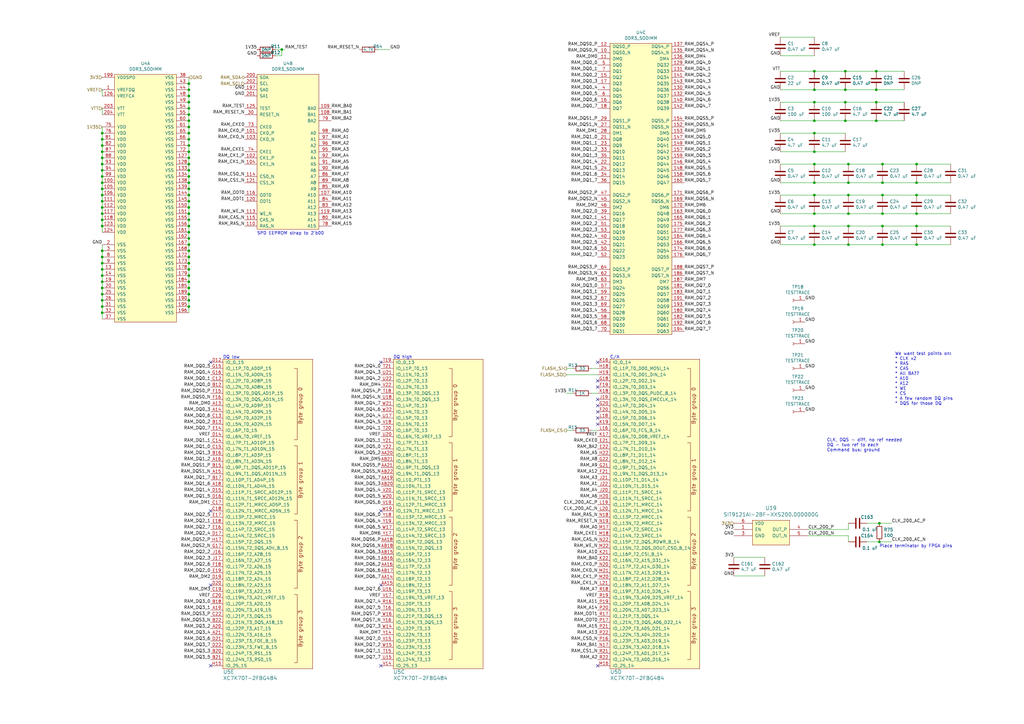
<source format=kicad_sch>
(kicad_sch (version 20211123) (generator eeschema)
  (paper "A3")
  (title_block (title "SATA sniffer") (date "2022-02-15") (rev "0.1") (comment 1 "Andrew D. Zonenberg"))
  (junction (at 115.57 20.32))
  (junction (at 375.92 87.63))
  (junction (at 77.47 57.15))
  (junction (at 77.47 92.71))
  (junction (at 361.95 80.01))
  (junction (at 41.91 128.27))
  (junction (at 77.47 46.99))
  (junction (at 41.91 82.55))
  (junction (at 77.47 54.61))
  (junction (at 361.95 87.63))
  (junction (at 41.91 77.47))
  (junction (at 77.47 49.53))
  (junction (at 334.01 74.93))
  (junction (at 77.47 59.69))
  (junction (at 77.47 52.07))
  (junction (at 347.98 80.01))
  (junction (at 41.91 57.15))
  (junction (at 375.92 80.01))
  (junction (at 375.92 74.93))
  (junction (at 359.41 36.83))
  (junction (at 347.98 87.63))
  (junction (at 41.91 118.11))
  (junction (at 375.92 67.31))
  (junction (at 334.01 80.01))
  (junction (at 41.91 59.69))
  (junction (at 77.47 102.87))
  (junction (at 77.47 113.03))
  (junction (at 334.01 67.31))
  (junction (at 77.47 77.47))
  (junction (at 77.47 64.77))
  (junction (at 347.98 74.93))
  (junction (at 77.47 74.93))
  (junction (at 41.91 113.03))
  (junction (at 77.47 100.33))
  (junction (at 346.71 49.53))
  (junction (at 77.47 90.17))
  (junction (at 77.47 125.73))
  (junction (at 41.91 92.71))
  (junction (at 41.91 72.39))
  (junction (at 77.47 72.39))
  (junction (at 77.47 107.95))
  (junction (at 77.47 115.57))
  (junction (at 334.01 49.53))
  (junction (at 77.47 39.37))
  (junction (at 77.47 87.63))
  (junction (at 41.91 102.87))
  (junction (at 361.95 100.33))
  (junction (at 375.92 92.71))
  (junction (at 334.01 36.83))
  (junction (at 347.98 67.31))
  (junction (at 334.01 87.63))
  (junction (at 41.91 67.31))
  (junction (at 346.71 29.21))
  (junction (at 41.91 87.63))
  (junction (at 77.47 69.85))
  (junction (at 41.91 90.17))
  (junction (at 77.47 97.79))
  (junction (at 334.01 41.91))
  (junction (at 334.01 62.23))
  (junction (at 334.01 29.21))
  (junction (at 41.91 80.01))
  (junction (at 41.91 115.57))
  (junction (at 347.98 100.33))
  (junction (at 347.98 92.71))
  (junction (at 77.47 36.83))
  (junction (at 41.91 123.19))
  (junction (at 41.91 110.49))
  (junction (at 77.47 80.01))
  (junction (at 77.47 82.55))
  (junction (at 77.47 123.19))
  (junction (at 41.91 85.09))
  (junction (at 41.91 107.95))
  (junction (at 77.47 110.49))
  (junction (at 77.47 41.91))
  (junction (at 361.95 67.31))
  (junction (at 360.68 222.25))
  (junction (at 359.41 41.91))
  (junction (at 77.47 118.11))
  (junction (at 359.41 49.53))
  (junction (at 77.47 105.41))
  (junction (at 77.47 85.09))
  (junction (at 41.91 62.23))
  (junction (at 77.47 44.45))
  (junction (at 77.47 34.29))
  (junction (at 359.41 29.21))
  (junction (at 41.91 54.61))
  (junction (at 41.91 74.93))
  (junction (at 334.01 92.71))
  (junction (at 41.91 105.41))
  (junction (at 361.95 74.93))
  (junction (at 77.47 62.23))
  (junction (at 41.91 125.73))
  (junction (at 361.95 92.71))
  (junction (at 77.47 95.25))
  (junction (at 41.91 64.77))
  (junction (at 334.01 54.61))
  (junction (at 346.71 36.83))
  (junction (at 77.47 120.65))
  (junction (at 360.68 214.63))
  (junction (at 41.91 120.65))
  (junction (at 346.71 41.91))
  (junction (at 77.47 67.31))
  (junction (at 41.91 69.85))
  (junction (at 334.01 100.33))
  (junction (at 375.92 100.33))
  (no_connect (at 86.36 273.05))
  (no_connect (at 245.11 173.99))
  (no_connect (at 245.11 158.75))
  (no_connect (at 156.21 209.55))
  (no_connect (at 156.21 148.59))
  (no_connect (at 86.36 209.55))
  (no_connect (at 245.11 148.59))
  (no_connect (at 245.11 166.37))
  (no_connect (at 245.11 171.45))
  (no_connect (at 245.11 163.83))
  (no_connect (at 245.11 156.21))
  (no_connect (at 86.36 240.03))
  (no_connect (at 156.21 273.05))
  (no_connect (at 245.11 168.91))
  (no_connect (at 156.21 240.03))
  (no_connect (at 245.11 273.05))
  (no_connect (at 86.36 148.59))
  (wire (pts (xy 242.57 176.53) (xy 245.11 176.53)))
  (wire (pts (xy 359.41 49.53) (xy 370.84 49.53)))
  (wire (pts (xy 359.41 41.91) (xy 370.84 41.91)))
  (wire (pts (xy 77.47 46.99) (xy 77.47 49.53)))
  (wire (pts (xy 334.01 29.21) (xy 346.71 29.21)))
  (wire (pts (xy 77.47 77.47) (xy 77.47 80.01)))
  (wire (pts (xy 320.04 62.23) (xy 334.01 62.23)))
  (wire (pts (xy 334.01 15.24) (xy 320.04 15.24)))
  (wire (pts (xy 77.47 36.83) (xy 77.47 39.37)))
  (wire (pts (xy 41.91 87.63) (xy 41.91 90.17)))
  (wire (pts (xy 77.47 41.91) (xy 77.47 44.45)))
  (wire (pts (xy 346.71 49.53) (xy 359.41 49.53)))
  (wire (pts (xy 41.91 125.73) (xy 41.91 128.27)))
  (wire (pts (xy 361.95 100.33) (xy 375.92 100.33)))
  (wire (pts (xy 41.91 90.17) (xy 41.91 92.71)))
  (wire (pts (xy 355.6 222.25) (xy 360.68 222.25)))
  (wire (pts (xy 77.47 57.15) (xy 77.47 59.69)))
  (wire (pts (xy 320.04 74.93) (xy 334.01 74.93)))
  (wire (pts (xy 300.99 236.22) (xy 313.69 236.22)))
  (wire (pts (xy 77.47 82.55) (xy 77.47 85.09)))
  (wire (pts (xy 113.03 22.86) (xy 115.57 22.86)))
  (wire (pts (xy 347.98 87.63) (xy 361.95 87.63)))
  (wire (pts (xy 41.91 102.87) (xy 41.91 105.41)))
  (wire (pts (xy 77.47 123.19) (xy 77.47 125.73)))
  (wire (pts (xy 375.92 74.93) (xy 389.89 74.93)))
  (wire (pts (xy 41.91 69.85) (xy 41.91 72.39)))
  (wire (pts (xy 41.91 118.11) (xy 41.91 120.65)))
  (wire (pts (xy 361.95 67.31) (xy 375.92 67.31)))
  (wire (pts (xy 334.01 74.93) (xy 347.98 74.93)))
  (wire (pts (xy 77.47 100.33) (xy 77.47 102.87)))
  (wire (pts (xy 77.47 52.07) (xy 77.47 54.61)))
  (wire (pts (xy 77.47 72.39) (xy 77.47 74.93)))
  (wire (pts (xy 41.91 128.27) (xy 41.91 130.81)))
  (wire (pts (xy 77.47 113.03) (xy 77.47 115.57)))
  (wire (pts (xy 115.57 20.32) (xy 113.03 20.32)))
  (wire (pts (xy 346.71 36.83) (xy 359.41 36.83)))
  (wire (pts (xy 41.91 54.61) (xy 41.91 57.15)))
  (wire (pts (xy 77.47 107.95) (xy 77.47 110.49)))
  (wire (pts (xy 361.95 74.93) (xy 375.92 74.93)))
  (wire (pts (xy 41.91 110.49) (xy 41.91 113.03)))
  (wire (pts (xy 346.71 29.21) (xy 359.41 29.21)))
  (wire (pts (xy 77.47 90.17) (xy 77.47 92.71)))
  (wire (pts (xy 347.98 214.63) (xy 347.98 217.17)))
  (wire (pts (xy 77.47 115.57) (xy 77.47 118.11)))
  (wire (pts (xy 334.01 67.31) (xy 347.98 67.31)))
  (wire (pts (xy 347.98 92.71) (xy 361.95 92.71)))
  (wire (pts (xy 41.91 36.83) (xy 41.91 39.37)))
  (wire (pts (xy 375.92 80.01) (xy 389.89 80.01)))
  (wire (pts (xy 331.47 217.17) (xy 347.98 217.17)))
  (wire (pts (xy 313.69 228.6) (xy 300.99 228.6)))
  (wire (pts (xy 41.91 59.69) (xy 41.91 62.23)))
  (wire (pts (xy 232.41 153.67) (xy 245.11 153.67)))
  (wire (pts (xy 116.84 20.32) (xy 115.57 20.32)))
  (wire (pts (xy 320.04 49.53) (xy 334.01 49.53)))
  (wire (pts (xy 232.41 161.29) (xy 234.95 161.29)))
  (wire (pts (xy 77.47 44.45) (xy 77.47 46.99)))
  (wire (pts (xy 41.91 113.03) (xy 41.91 115.57)))
  (wire (pts (xy 375.92 87.63) (xy 389.89 87.63)))
  (wire (pts (xy 242.57 161.29) (xy 245.11 161.29)))
  (wire (pts (xy 347.98 219.71) (xy 347.98 222.25)))
  (wire (pts (xy 320.04 54.61) (xy 334.01 54.61)))
  (wire (pts (xy 331.47 219.71) (xy 347.98 219.71)))
  (wire (pts (xy 77.47 85.09) (xy 77.47 87.63)))
  (wire (pts (xy 77.47 39.37) (xy 77.47 41.91)))
  (wire (pts (xy 334.01 49.53) (xy 346.71 49.53)))
  (wire (pts (xy 334.01 41.91) (xy 346.71 41.91)))
  (wire (pts (xy 320.04 87.63) (xy 334.01 87.63)))
  (wire (pts (xy 334.01 36.83) (xy 346.71 36.83)))
  (wire (pts (xy 41.91 82.55) (xy 41.91 85.09)))
  (wire (pts (xy 334.01 100.33) (xy 347.98 100.33)))
  (wire (pts (xy 41.91 85.09) (xy 41.91 87.63)))
  (wire (pts (xy 375.92 92.71) (xy 389.89 92.71)))
  (wire (pts (xy 245.11 151.13) (xy 242.57 151.13)))
  (wire (pts (xy 41.91 64.77) (xy 41.91 67.31)))
  (wire (pts (xy 77.47 67.31) (xy 77.47 69.85)))
  (wire (pts (xy 41.91 67.31) (xy 41.91 69.85)))
  (wire (pts (xy 77.47 125.73) (xy 77.47 128.27)))
  (wire (pts (xy 41.91 62.23) (xy 41.91 64.77)))
  (wire (pts (xy 334.01 80.01) (xy 347.98 80.01)))
  (wire (pts (xy 320.04 80.01) (xy 334.01 80.01)))
  (wire (pts (xy 375.92 67.31) (xy 389.89 67.31)))
  (wire (pts (xy 359.41 36.83) (xy 370.84 36.83)))
  (wire (pts (xy 77.47 49.53) (xy 77.47 52.07)))
  (wire (pts (xy 77.47 95.25) (xy 77.47 97.79)))
  (wire (pts (xy 41.91 44.45) (xy 41.91 46.99)))
  (wire (pts (xy 320.04 67.31) (xy 334.01 67.31)))
  (wire (pts (xy 77.47 54.61) (xy 77.47 57.15)))
  (wire (pts (xy 41.91 52.07) (xy 41.91 54.61)))
  (wire (pts (xy 41.91 72.39) (xy 41.91 74.93)))
  (wire (pts (xy 77.47 97.79) (xy 77.47 100.33)))
  (wire (pts (xy 77.47 59.69) (xy 77.47 62.23)))
  (wire (pts (xy 41.91 77.47) (xy 41.91 80.01)))
  (wire (pts (xy 77.47 31.75) (xy 77.47 34.29)))
  (wire (pts (xy 320.04 22.86) (xy 334.01 22.86)))
  (wire (pts (xy 41.91 120.65) (xy 41.91 123.19)))
  (wire (pts (xy 361.95 92.71) (xy 375.92 92.71)))
  (wire (pts (xy 77.47 74.93) (xy 77.47 77.47)))
  (wire (pts (xy 234.95 176.53) (xy 232.41 176.53)))
  (wire (pts (xy 361.95 87.63) (xy 375.92 87.63)))
  (wire (pts (xy 77.47 87.63) (xy 77.47 90.17)))
  (wire (pts (xy 320.04 100.33) (xy 334.01 100.33)))
  (wire (pts (xy 346.71 41.91) (xy 359.41 41.91)))
  (wire (pts (xy 41.91 80.01) (xy 41.91 82.55)))
  (wire (pts (xy 41.91 107.95) (xy 41.91 110.49)))
  (wire (pts (xy 361.95 80.01) (xy 375.92 80.01)))
  (wire (pts (xy 360.68 214.63) (xy 365.76 214.63)))
  (wire (pts (xy 115.57 22.86) (xy 115.57 20.32)))
  (wire (pts (xy 320.04 36.83) (xy 334.01 36.83)))
  (wire (pts (xy 334.01 87.63) (xy 347.98 87.63)))
  (wire (pts (xy 77.47 120.65) (xy 77.47 123.19)))
  (wire (pts (xy 360.68 222.25) (xy 365.76 222.25)))
  (wire (pts (xy 334.01 92.71) (xy 347.98 92.71)))
  (wire (pts (xy 334.01 62.23) (xy 346.71 62.23)))
  (wire (pts (xy 347.98 74.93) (xy 361.95 74.93)))
  (wire (pts (xy 320.04 29.21) (xy 334.01 29.21)))
  (wire (pts (xy 41.91 115.57) (xy 41.91 118.11)))
  (wire (pts (xy 320.04 92.71) (xy 334.01 92.71)))
  (wire (pts (xy 77.47 80.01) (xy 77.47 82.55)))
  (wire (pts (xy 41.91 123.19) (xy 41.91 125.73)))
  (wire (pts (xy 77.47 105.41) (xy 77.47 107.95)))
  (wire (pts (xy 41.91 92.71) (xy 41.91 95.25)))
  (wire (pts (xy 347.98 80.01) (xy 361.95 80.01)))
  (wire (pts (xy 77.47 64.77) (xy 77.47 67.31)))
  (wire (pts (xy 41.91 100.33) (xy 41.91 102.87)))
  (wire (pts (xy 41.91 74.93) (xy 41.91 77.47)))
  (wire (pts (xy 334.01 54.61) (xy 346.71 54.61)))
  (wire (pts (xy 375.92 100.33) (xy 389.89 100.33)))
  (wire (pts (xy 41.91 105.41) (xy 41.91 107.95)))
  (wire (pts (xy 347.98 67.31) (xy 361.95 67.31)))
  (wire (pts (xy 77.47 118.11) (xy 77.47 120.65)))
  (wire (pts (xy 232.41 151.13) (xy 234.95 151.13)))
  (wire (pts (xy 77.47 102.87) (xy 77.47 105.41)))
  (wire (pts (xy 77.47 62.23) (xy 77.47 64.77)))
  (wire (pts (xy 77.47 110.49) (xy 77.47 113.03)))
  (wire (pts (xy 359.41 29.21) (xy 370.84 29.21)))
  (wire (pts (xy 77.47 34.29) (xy 77.47 36.83)))
  (wire (pts (xy 41.91 57.15) (xy 41.91 59.69)))
  (wire (pts (xy 347.98 100.33) (xy 361.95 100.33)))
  (wire (pts (xy 320.04 41.91) (xy 334.01 41.91)))
  (wire (pts (xy 160.02 20.32) (xy 154.94 20.32)))
  (wire (pts (xy 77.47 92.71) (xy 77.47 95.25)))
  (wire (pts (xy 77.47 69.85) (xy 77.47 72.39)))
  (wire (pts (xy 355.6 214.63) (xy 360.68 214.63)))
  (text "SPD EEPROM strap to 2'b00" (at 105.41 96.52 0) (effects (font (size 1.27 1.27)) (justify left bottom)))
  (text "We want test points on:\n* CLK x2\n* RAS\n* CAS\n* All BA??\n* A10\n* A12\n* WE\n* CS\n* A few random DQ pins\n* DQS for those DQ" (at 367.03 166.37 0) (effects (font (size 1.27 1.27)) (justify left bottom)))
  (text "DQ high" (at 161.29 147.32 0) (effects (font (size 1.27 1.27)) (justify left bottom)))
  (text "C/A" (at 250.19 147.32 0) (effects (font (size 1.27 1.27)) (justify left bottom)))
  (text "Place terminator by FPGA pins" (at 360.68 224.79 0) (effects (font (size 1.27 1.27)) (justify left bottom)))
  (text "CLK, DQS - diff, no ref needed\nDQ - two ref to each\nCommand bus: ground" (at 339.09 185.42 0) (effects (font (size 1.27 1.27)) (justify left bottom)))
  (text "DQ low" (at 91.44 147.32 0) (effects (font (size 1.27 1.27)) (justify left bottom)))
  (label "RAM_CK1_P" (at 100.33 64.77 180))
  (label "RAM_CK1_N" (at 245.11 240.03 180))
  (label "RAM_DQ0_3" (at 245.11 34.29 180))
  (label "RAM_DQ3_6" (at 245.11 133.35 180))
  (label "RAM_DQ1_7" (at 86.36 196.85 180))
  (label "RAM_DQ1_1" (at 86.36 181.61 180))
  (label "RAM_CS0_N" (at 100.33 72.39 180))
  (label "RAM_CK1_N" (at 100.33 67.31 180))
  (label "RAM_ODT1" (at 245.11 252.73 180))
  (label "RAM_DQ1_4" (at 86.36 201.93 180))
  (label "GND" (at 330.2 132.08 0))
  (label "VREF" (at 86.36 245.11 180))
  (label "RAM_DQ4_0" (at 280.67 26.67 0))
  (label "RAM_CK1_P" (at 245.11 237.49 180))
  (label "RAM_DQS2_N" (at 86.36 224.79 180))
  (label "RAM_DQ0_5" (at 86.36 151.13 180))
  (label "RAM_A1" (at 135.89 57.15 0))
  (label "RAM_DQ3_1" (at 245.11 120.65 180))
  (label "RAM_A4" (at 135.89 64.77 0))
  (label "RAM_DQS5_N" (at 156.21 194.31 180))
  (label "RAM_DQ4_5" (at 280.67 39.37 0))
  (label "RAM_DQ3_5" (at 245.11 130.81 180))
  (label "RAM_DQS7_N" (at 156.21 255.27 180))
  (label "RAM_A1" (at 245.11 199.39 180))
  (label "RAM_DQ7_3" (at 280.67 125.73 0))
  (label "RAM_DQ5_5" (at 280.67 69.85 0))
  (label "RAM_DQ5_5" (at 156.21 204.47 180))
  (label "RAM_DQ1_5" (at 245.11 69.85 180))
  (label "RAM_CS1_N" (at 245.11 267.97 180))
  (label "RAM_DQ0_5" (at 245.11 39.37 180))
  (label "RAM_DQ4_4" (at 156.21 171.45 180))
  (label "RAM_DQS2_P" (at 245.11 80.01 180))
  (label "GND" (at 320.04 22.86 180))
  (label "3V3" (at 300.99 217.17 180))
  (label "RAM_DQ7_4" (at 156.21 247.65 180))
  (label "RAM_A8" (at 135.89 74.93 0))
  (label "RAM_CK0_N" (at 100.33 57.15 180))
  (label "RAM_DQ5_0" (at 280.67 57.15 0))
  (label "RAM_DQ5_2" (at 280.67 62.23 0))
  (label "RAM_DQ4_0" (at 156.21 151.13 180))
  (label "RAM_DQ5_1" (at 280.67 59.69 0))
  (label "RAM_DQ0_0" (at 245.11 26.67 180))
  (label "RAM_DQ4_2" (at 280.67 31.75 0))
  (label "RAM_DQ7_7" (at 280.67 135.89 0))
  (label "RAM_A13" (at 135.89 87.63 0))
  (label "RAM_DQ3_5" (at 86.36 270.51 180))
  (label "RAM_CKE0" (at 245.11 181.61 180))
  (label "CLK_200_AC_N" (at 365.76 222.25 0))
  (label "RAM_A13" (at 245.11 260.35 180))
  (label "RAM_A5" (at 135.89 67.31 0))
  (label "RAM_DQS0_N" (at 86.36 163.83 180))
  (label "RAM_DQ6_4" (at 156.21 214.63 180))
  (label "RAM_DM5" (at 280.67 54.61 0))
  (label "RAM_DQS7_N" (at 280.67 113.03 0))
  (label "RAM_A0" (at 245.11 217.17 180))
  (label "RAM_DQ1_0" (at 245.11 57.15 180))
  (label "RAM_DQ7_0" (at 156.21 262.89 180))
  (label "RAM_DQ0_4" (at 86.36 153.67 180))
  (label "RAM_A10" (at 245.11 227.33 180))
  (label "RAM_DQ6_6" (at 156.21 234.95 180))
  (label "RAM_DQ3_3" (at 86.36 267.97 180))
  (label "RAM_CK0_N" (at 245.11 234.95 180))
  (label "RAM_DQ5_7" (at 156.21 196.85 180))
  (label "RAM_ODT0" (at 245.11 255.27 180))
  (label "RAM_A5" (at 245.11 186.69 180))
  (label "GND" (at 320.04 62.23 180))
  (label "RAM_DQ3_2" (at 245.11 123.19 180))
  (label "RAM_DQ2_3" (at 245.11 95.25 180))
  (label "1V35" (at 320.04 41.91 180))
  (label "RAM_DQS4_N" (at 280.67 21.59 0))
  (label "RAM_DQ7_5" (at 280.67 130.81 0))
  (label "RAM_DQ5_6" (at 156.21 207.01 180))
  (label "RAM_DQ2_4" (at 245.11 97.79 180))
  (label "RAM_DQ1_3" (at 86.36 186.69 180))
  (label "RAM_DQS3_P" (at 86.36 252.73 180))
  (label "RAM_BA0" (at 245.11 229.87 180))
  (label "RAM_BA1" (at 245.11 265.43 180))
  (label "RAM_DQS1_P" (at 86.36 191.77 180))
  (label "RAM_CS1_N" (at 100.33 74.93 180))
  (label "RAM_DQ2_3" (at 86.36 229.87 180))
  (label "RAM_DQ6_2" (at 156.21 232.41 180))
  (label "RAM_DM3" (at 86.36 242.57 180))
  (label "RAM_DQ0_6" (at 86.36 171.45 180))
  (label "RAM_CK0_P" (at 245.11 232.41 180))
  (label "RAM_DQ4_7" (at 156.21 166.37 180))
  (label "RAM_DQS2_P" (at 86.36 222.25 180))
  (label "VREF" (at 86.36 179.07 180))
  (label "GND" (at 330.2 123.19 0))
  (label "VREF" (at 245.11 179.07 180))
  (label "RAM_DQ2_5" (at 245.11 100.33 180))
  (label "RAM_CS0_N" (at 245.11 262.89 180))
  (label "RAM_CKE0" (at 100.33 52.07 180))
  (label "RAM_DQS6_N" (at 280.67 82.55 0))
  (label "RAM_DQ0_1" (at 245.11 29.21 180))
  (label "RAM_DQS3_P" (at 245.11 110.49 180))
  (label "RAM_DQ4_4" (at 280.67 36.83 0))
  (label "RAM_DQ6_5" (at 280.67 100.33 0))
  (label "RAM_DQS6_N" (at 156.21 224.79 180))
  (label "RAM_DQ7_2" (at 280.67 123.19 0))
  (label "RAM_DQ7_1" (at 280.67 120.65 0))
  (label "RAM_TEST" (at 116.84 20.32 0))
  (label "RAM_DQ4_6" (at 280.67 41.91 0))
  (label "RAM_A12" (at 245.11 194.31 180))
  (label "GND" (at 320.04 49.53 180))
  (label "RAM_DQS0_N" (at 245.11 21.59 180))
  (label "RAM_DQ6_1" (at 280.67 90.17 0))
  (label "RAM_A3" (at 135.89 62.23 0))
  (label "RAM_DQ6_7" (at 156.21 237.49 180))
  (label "RAM_DQ4_3" (at 280.67 34.29 0))
  (label "RAM_DQS3_N" (at 86.36 255.27 180))
  (label "RAM_DQ6_1" (at 156.21 229.87 180))
  (label "VREF" (at 320.04 15.24 180))
  (label "RAM_DM5" (at 156.21 189.23 180))
  (label "RAM_A14" (at 135.89 90.17 0))
  (label "RAM_DQ1_7" (at 245.11 74.93 180))
  (label "RAM_DM2" (at 86.36 237.49 180))
  (label "RAM_DQ2_7" (at 86.36 217.17 180))
  (label "RAM_A9" (at 135.89 77.47 0))
  (label "RAM_DQ7_5" (at 156.21 250.19 180))
  (label "RAM_DQ5_2" (at 156.21 186.69 180))
  (label "RAM_DQS6_P" (at 280.67 80.01 0))
  (label "RAM_RAS_N" (at 245.11 212.09 180))
  (label "RAM_ODT1" (at 100.33 82.55 180))
  (label "RAM_A0" (at 135.89 54.61 0))
  (label "RAM_DQ0_4" (at 245.11 36.83 180))
  (label "CLK_200_AC_P" (at 365.76 214.63 0))
  (label "RAM_DQS7_P" (at 156.21 252.73 180))
  (label "RAM_DQ3_7" (at 245.11 135.89 180))
  (label "RAM_DQ5_1" (at 156.21 181.61 180))
  (label "RAM_DQ1_5" (at 86.36 204.47 180))
  (label "RAM_DQ7_6" (at 280.67 133.35 0))
  (label "RAM_DQ4_1" (at 156.21 176.53 180))
  (label "RAM_BA2" (at 135.89 49.53 0))
  (label "RAM_DQ6_0" (at 156.21 212.09 180))
  (label "RAM_DQS6_P" (at 156.21 222.25 180))
  (label "RAM_RESET_N" (at 245.11 214.63 180))
  (label "RAM_DQ5_4" (at 156.21 201.93 180))
  (label "RAM_DQ1_2" (at 245.11 62.23 180))
  (label "RAM_DQ4_1" (at 280.67 29.21 0))
  (label "RAM_DM7" (at 156.21 260.35 180))
  (label "RAM_A3" (at 245.11 196.85 180))
  (label "GND" (at 160.02 20.32 0))
  (label "RAM_CKE1" (at 245.11 219.71 180))
  (label "RAM_DM1" (at 245.11 54.61 180))
  (label "RAM_A15" (at 135.89 92.71 0))
  (label "CLK_200_P" (at 331.47 217.17 0))
  (label "1V35" (at 320.04 54.61 180))
  (label "RAM_A8" (at 245.11 189.23 180))
  (label "RAM_DQ2_7" (at 245.11 105.41 180))
  (label "RAM_RESET_N" (at 147.32 20.32 180))
  (label "RAM_CK0_P" (at 100.33 54.61 180))
  (label "RAM_DQ3_1" (at 86.36 250.19 180))
  (label "RAM_DQ6_3" (at 280.67 95.25 0))
  (label "RAM_DQ2_0" (at 86.36 234.95 180))
  (label "RAM_DQ4_2" (at 156.21 156.21 180))
  (label "RAM_DQ3_4" (at 86.36 260.35 180))
  (label "RAM_CAS_N" (at 100.33 90.17 180))
  (label "RAM_DQS7_P" (at 280.67 110.49 0))
  (label "RAM_DQS2_N" (at 245.11 82.55 180))
  (label "RAM_DQS1_N" (at 86.36 194.31 180))
  (label "RAM_DQS0_P" (at 86.36 161.29 180))
  (label "RAM_DQ3_3" (at 245.11 125.73 180))
  (label "RAM_DQ0_0" (at 86.36 158.75 180))
  (label "RAM_DQ2_4" (at 86.36 219.71 180))
  (label "GND" (at 320.04 87.63 180))
  (label "RAM_ODT0" (at 100.33 80.01 180))
  (label "RAM_DM0" (at 86.36 166.37 180))
  (label "RAM_DQ3_4" (at 245.11 128.27 180))
  (label "RAM_DQS4_P" (at 156.21 161.29 180))
  (label "RAM_DQ2_6" (at 245.11 102.87 180))
  (label "RAM_A6" (at 245.11 204.47 180))
  (label "RAM_DQS4_N" (at 156.21 163.83 180))
  (label "RAM_DQ5_7" (at 280.67 74.93 0))
  (label "RAM_DQ1_6" (at 86.36 199.39 180))
  (label "RAM_DQ4_5" (at 156.21 173.99 180))
  (label "RAM_DQ6_6" (at 280.67 102.87 0))
  (label "RAM_DQS5_N" (at 280.67 52.07 0))
  (label "RAM_A15" (at 245.11 257.81 180))
  (label "VREF" (at 245.11 245.11 180))
  (label "RAM_WE_N" (at 245.11 224.79 180))
  (label "RAM_DQ2_2" (at 86.36 227.33 180))
  (label "1V35" (at 105.41 20.32 180))
  (label "RAM_DQS5_P" (at 156.21 191.77 180))
  (label "RAM_DM2" (at 245.11 85.09 180))
  (label "RAM_DQ6_2" (at 280.67 92.71 0))
  (label "RAM_DQ5_0" (at 156.21 184.15 180))
  (label "RAM_RAS_N" (at 100.33 92.71 180))
  (label "RAM_A7" (at 245.11 242.57 180))
  (label "RAM_DQ1_0" (at 86.36 184.15 180))
  (label "RAM_DQS3_N" (at 245.11 113.03 180))
  (label "GND" (at 330.2 140.97 0))
  (label "GND" (at 330.2 151.13 0))
  (label "RAM_DM0" (at 245.11 24.13 180))
  (label "RAM_DM6" (at 280.67 85.09 0))
  (label "RAM_CAS_N" (at 245.11 222.25 180))
  (label "RAM_DQ7_1" (at 156.21 267.97 180))
  (label "RAM_DQ0_6" (at 245.11 41.91 180))
  (label "RAM_DQ2_1" (at 86.36 214.63 180))
  (label "GND" (at 320.04 100.33 180))
  (label "RAM_WE_N" (at 100.33 87.63 180))
  (label "RAM_DQ3_0" (at 245.11 118.11 180))
  (label "1V35" (at 320.04 80.01 180))
  (label "RAM_CKE1" (at 100.33 62.23 180))
  (label "RAM_A6" (at 135.89 69.85 0))
  (label "RAM_DQ4_6" (at 156.21 168.91 180))
  (label "RAM_BA0" (at 135.89 44.45 0))
  (label "3V3" (at 300.99 228.6 180))
  (label "RAM_DM7" (at 280.67 115.57 0))
  (label "RAM_DM3" (at 245.11 115.57 180))
  (label "1V35" (at 320.04 92.71 180))
  (label "RAM_TEST" (at 100.33 44.45 180))
  (label "RAM_DQ0_1" (at 86.36 156.21 180))
  (label "RAM_DQ0_3" (at 86.36 168.91 180))
  (label "GND" (at 100.33 36.83 180))
  (label "RAM_DQ0_2" (at 245.11 31.75 180))
  (label "GND" (at 105.41 22.86 180))
  (label "RAM_DQS1_N" (at 245.11 52.07 180))
  (label "RAM_BA2" (at 245.11 184.15 180))
  (label "RAM_DQ1_3" (at 245.11 64.77 180))
  (label "GND" (at 41.91 100.33 180))
  (label "RAM_A7" (at 135.89 72.39 0))
  (label "GND" (at 300.99 219.71 180))
  (label "RAM_A2" (at 245.11 270.51 180))
  (label "RAM_A9" (at 245.11 191.77 180))
  (label "RAM_DQ3_6" (at 86.36 262.89 180))
  (label "RAM_DM1" (at 86.36 207.01 180))
  (label "1V35" (at 232.41 161.29 180))
  (label "GND" (at 300.99 236.22 180))
  (label "RAM_DQS1_P" (at 245.11 49.53 180))
  (label "GND" (at 330.2 160.02 0))
  (label "RAM_DQ2_5" (at 86.36 212.09 180))
  (label "RAM_A11" (at 135.89 82.55 0))
  (label "RAM_DQ5_4" (at 280.67 67.31 0))
  (label "1V35" (at 320.04 67.31 180))
  (label "RAM_DQ7_7" (at 156.21 270.51 180))
  (label "RAM_A2" (at 135.89 59.69 0))
  (label "RAM_DQ6_4" (at 280.67 97.79 0))
  (label "RAM_DQ1_1" (at 245.11 59.69 180))
  (label "RAM_DQ0_7" (at 86.36 176.53 180))
  (label "RAM_DQS4_P" (at 280.67 19.05 0))
  (label "RAM_DM4" (at 156.21 158.75 180))
  (label "RAM_DQ3_0" (at 86.36 247.65 180))
  (label "RAM_DQ0_7" (at 245.11 44.45 180))
  (label "RAM_RESET_N" (at 100.33 46.99 180))
  (label "GND" (at 100.33 39.37 180))
  (label "GND" (at 330.2 168.91 0))
  (label "VREF" (at 156.21 245.11 180))
  (label "RAM_DQ7_4" (at 280.67 128.27 0))
  (label "RAM_DQ5_3" (at 156.21 199.39 180))
  (label "RAM_DQ1_2" (at 86.36 189.23 180))
  (label "RAM_A4" (at 245.11 201.93 180))
  (label "RAM_A10" (at 135.89 80.01 0))
  (label "VREF" (at 156.21 179.07 180))
  (label "RAM_DQ6_3" (at 156.21 227.33 180))
  (label "RAM_DQ6_0" (at 280.67 87.63 0))
  (label "RAM_DQ6_5" (at 156.21 217.17 180))
  (label "GND" (at 320.04 74.93 180))
  (label "RAM_DQ7_2" (at 156.21 265.43 180))
  (label "RAM_BA1" (at 135.89 46.99 0))
  (label "RAM_A12" (at 135.89 85.09 0))
  (label "RAM_DQ6_7" (at 280.67 105.41 0))
  (label "RAM_DQ5_6" (at 280.67 72.39 0))
  (label "RAM_DQ3_2" (at 86.36 257.81 180))
  (label "RAM_DQ2_1" (at 245.11 90.17 180))
  (label "RAM_DQ2_2" (at 245.11 92.71 180))
  (label "GND" (at 320.04 36.83 180))
  (label "CLK_200_AC_P" (at 245.11 207.01 180))
  (label "RAM_DM4" (at 280.67 24.13 0))
  (label "RAM_A14" (at 245.11 250.19 180))
  (label "RAM_DQ7_0" (at 280.67 118.11 0))
  (label "RAM_DM6" (at 156.21 219.71 180))
  (label "RAM_DQ4_7" (at 280.67 44.45 0))
  (label "RAM_DQ3_7" (at 86.36 265.43 180))
  (label "RAM_DQ1_6" (at 245.11 72.39 180))
  (label "CLK_200_N" (at 331.47 219.71 0))
  (label "RAM_DQ7_6" (at 156.21 242.57 180))
  (label "RAM_DQ2_0" (at 245.11 87.63 180))
  (label "VTT" (at 320.04 29.21 180))
  (label "RAM_DQ1_4" (at 245.11 67.31 180))
  (label "CLK_200_AC_N" (at 245.11 209.55 180))
  (label "RAM_A11" (at 245.11 247.65 180))
  (label "RAM_DQS0_P" (at 245.11 19.05 180))
  (label "RAM_DQS5_P" (at 280.67 49.53 0))
  (label "RAM_DQ0_2" (at 86.36 173.99 180))
  (label "RAM_DQ4_3" (at 156.21 153.67 180))
  (label "RAM_DQ2_6" (at 86.36 232.41 180))
  (label "RAM_DQ7_3" (at 156.21 257.81 180))
  (label "RAM_DQ5_3" (at 280.67 64.77 0))
  (hierarchical_label "RAM_SDA" (shape bidirectional) (at 100.33 31.75 180))
  (hierarchical_label "FLASH_SI" (shape output) (at 232.41 151.13 180))
  (hierarchical_label "GND" (shape input) (at 77.47 31.75 0))
  (hierarchical_label "1V35" (shape input) (at 41.91 52.07 180))
  (hierarchical_label "VREF" (shape input) (at 41.91 36.83 180))
  (hierarchical_label "3V3" (shape input) (at 300.99 214.63 180))
  (hierarchical_label "FLASH_SO" (shape input) (at 232.41 153.67 180))
  (hierarchical_label "VTT" (shape input) (at 41.91 44.45 180))
  (hierarchical_label "RAM_SCL" (shape input) (at 100.33 34.29 180))
  (hierarchical_label "FLASH_CS" (shape output) (at 232.41 176.53 180))
  (hierarchical_label "3V3" (shape input) (at 41.91 31.75 180))
  (symbol (lib_id "memory-azonenberg:DDR3_SODIMM") (at 46.99 132.08 0) (unit 1)
    (property "Reference" "U4" (at 59.69 26.035 0))
    (property "Value" "DDR3_SODIMM" (at 59.69 28.3464 0))
    (property "Footprint" "azonenberg_pcb:CONN_SODIMM_DDR3_TE_2013289-1" (effects hide))
  )
  (symbol (lib_id "memory-azonenberg:DDR3_SODIMM") (at 105.41 93.98 0) (unit 2)
    (property "Reference" "U4" (at 118.11 26.035 0))
    (property "Value" "DDR3_SODIMM" (at 118.11 28.3464 0))
    (property "Footprint" "azonenberg_pcb:CONN_SODIMM_DDR3_TE_2013289-1" (effects hide))
  )
  (symbol (lib_id "memory-azonenberg:DDR3_SODIMM") (at 250.19 137.16 0) (unit 3)
    (property "Reference" "U4" (at 262.89 13.335 0))
    (property "Value" "DDR3_SODIMM" (at 262.89 15.6464 0))
    (property "Footprint" "azonenberg_pcb:CONN_SODIMM_DDR3_TE_2013289-1" (effects hide))
  )
  (symbol (lib_id "xilinx-azonenberg:XC7KxT-FBG484") (at 161.29 273.05 0) (unit 3)
    (property "Reference" "U5" (at 161.29 275.59 0) (effects (font (size 1.524 1.524)) (justify left)))
    (property "Value" "XC7K70T-2FBG484" (at 161.29 278.13 0) (effects (font (size 1.524 1.524)) (justify left)))
    (property "Footprint" "azonenberg_pcb:BGA_484_22x22_FULLARRAY_1MM" (effects hide))
  )
  (symbol (lib_id "xilinx-azonenberg:XC7KxT-FBG484") (at 250.19 273.05 0) (unit 4)
    (property "Reference" "U5" (at 250.19 275.59 0) (effects (font (size 1.524 1.524)) (justify left)))
    (property "Value" "XC7K70T-2FBG484" (at 250.19 278.13 0) (effects (font (size 1.524 1.524)) (justify left)))
    (property "Footprint" "azonenberg_pcb:BGA_484_22x22_FULLARRAY_1MM" (effects hide))
  )
  (symbol (lib_id "xilinx-azonenberg:XC7KxT-FBG484") (at 91.44 273.05 0) (unit 5)
    (property "Reference" "U5" (at 91.44 275.59 0) (effects (font (size 1.524 1.524)) (justify left)))
    (property "Value" "XC7K70T-2FBG484" (at 91.44 278.13 0) (effects (font (size 1.524 1.524)) (justify left)))
    (property "Footprint" "azonenberg_pcb:BGA_484_22x22_FULLARRAY_1MM" (effects hide))
  )
  (symbol (lib_id "Device:C") (at 320.04 33.02 0) (unit 1)
    (property "Reference" "C2" (at 322.961 31.8516 0) (effects (justify left)))
    (property "Value" "22 uF" (at 322.961 34.163 0) (effects (justify left)))
    (property "Footprint" "azonenberg_pcb:EIA_0805_CAP_NOSILK" (effects hide))
  )
  (symbol (lib_id "Device:C") (at 334.01 33.02 0) (unit 1)
    (property "Reference" "C9" (at 336.931 31.8516 0) (effects (justify left)))
    (property "Value" "0.47 uF" (at 336.931 34.163 0) (effects (justify left)))
    (property "Footprint" "azonenberg_pcb:EIA_0402_CAP_NOSILK" (effects hide))
  )
  (symbol (lib_id "Device:C") (at 346.71 33.02 0) (unit 1)
    (property "Reference" "C15" (at 349.631 31.8516 0) (effects (justify left)))
    (property "Value" "0.47 uF" (at 349.631 34.163 0) (effects (justify left)))
    (property "Footprint" "azonenberg_pcb:EIA_0402_CAP_NOSILK" (effects hide))
  )
  (symbol (lib_id "Device:C") (at 359.41 33.02 0) (unit 1)
    (property "Reference" "C21" (at 362.331 31.8516 0) (effects (justify left)))
    (property "Value" "DNP" (at 362.331 34.163 0) (effects (justify left)))
    (property "Footprint" "azonenberg_pcb:EIA_0603_CAP_NOSILK" (effects hide))
  )
  (symbol (lib_id "Device:C") (at 370.84 33.02 0) (unit 1)
    (property "Reference" "C26" (at 373.761 31.8516 0) (effects (justify left)))
    (property "Value" "DNP" (at 373.761 34.163 0) (effects (justify left)))
    (property "Footprint" "azonenberg_pcb:EIA_0603_CAP_NOSILK" (effects hide))
  )
  (symbol (lib_id "Device:C") (at 320.04 45.72 0) (unit 1)
    (property "Reference" "C3" (at 322.961 44.5516 0) (effects (justify left)))
    (property "Value" "100 uF" (at 322.961 46.863 0) (effects (justify left)))
    (property "Footprint" "azonenberg_pcb:EIA_1206_CAP_NOSILK" (effects hide))
  )
  (symbol (lib_id "Device:C") (at 334.01 45.72 0) (unit 1)
    (property "Reference" "C10" (at 336.931 44.5516 0) (effects (justify left)))
    (property "Value" "100 uF" (at 336.931 46.863 0) (effects (justify left)))
    (property "Footprint" "azonenberg_pcb:EIA_1206_CAP_NOSILK" (effects hide))
  )
  (symbol (lib_id "Device:C") (at 346.71 45.72 0) (unit 1)
    (property "Reference" "C16" (at 349.631 44.5516 0) (effects (justify left)))
    (property "Value" "4.7 uF" (at 349.631 46.863 0) (effects (justify left)))
    (property "Footprint" "azonenberg_pcb:EIA_0603_CAP_NOSILK" (effects hide))
  )
  (symbol (lib_id "Device:C") (at 359.41 45.72 0) (unit 1)
    (property "Reference" "C22" (at 362.331 44.5516 0) (effects (justify left)))
    (property "Value" "4.7 uF" (at 362.331 46.863 0) (effects (justify left)))
    (property "Footprint" "azonenberg_pcb:EIA_0603_CAP_NOSILK" (effects hide))
  )
  (symbol (lib_id "Device:C") (at 370.84 45.72 0) (unit 1)
    (property "Reference" "C27" (at 373.761 44.5516 0) (effects (justify left)))
    (property "Value" "4.7 uF" (at 373.761 46.863 0) (effects (justify left)))
    (property "Footprint" "azonenberg_pcb:EIA_0603_CAP_NOSILK" (effects hide))
  )
  (symbol (lib_id "Device:C") (at 320.04 58.42 0) (unit 1)
    (property "Reference" "C4" (at 322.961 57.2516 0) (effects (justify left)))
    (property "Value" "4.7 uF" (at 322.961 59.563 0) (effects (justify left)))
    (property "Footprint" "azonenberg_pcb:EIA_0603_CAP_NOSILK" (effects hide))
  )
  (symbol (lib_id "Device:C") (at 334.01 58.42 0) (unit 1)
    (property "Reference" "C11" (at 336.931 57.2516 0) (effects (justify left)))
    (property "Value" "4.7 uF" (at 336.931 59.563 0) (effects (justify left)))
    (property "Footprint" "azonenberg_pcb:EIA_0603_CAP_NOSILK" (effects hide))
  )
  (symbol (lib_id "Device:C") (at 346.71 58.42 0) (unit 1)
    (property "Reference" "C17" (at 349.631 57.2516 0) (effects (justify left)))
    (property "Value" "4.7 uF" (at 349.631 59.563 0) (effects (justify left)))
    (property "Footprint" "azonenberg_pcb:EIA_0603_CAP_NOSILK" (effects hide))
  )
  (symbol (lib_id "Device:C") (at 320.04 71.12 0) (unit 1)
    (property "Reference" "C5" (at 322.961 69.9516 0) (effects (justify left)))
    (property "Value" "0.47 uF" (at 322.961 72.263 0) (effects (justify left)))
    (property "Footprint" "azonenberg_pcb:EIA_0402_CAP_NOSILK" (effects hide))
  )
  (symbol (lib_id "Device:C") (at 334.01 71.12 0) (unit 1)
    (property "Reference" "C12" (at 336.931 69.9516 0) (effects (justify left)))
    (property "Value" "0.47 uF" (at 336.931 72.263 0) (effects (justify left)))
    (property "Footprint" "azonenberg_pcb:EIA_0402_CAP_NOSILK" (effects hide))
  )
  (symbol (lib_id "Device:C") (at 347.98 71.12 0) (unit 1)
    (property "Reference" "C18" (at 350.901 69.9516 0) (effects (justify left)))
    (property "Value" "0.47 uF" (at 350.901 72.263 0) (effects (justify left)))
    (property "Footprint" "azonenberg_pcb:EIA_0402_CAP_NOSILK" (effects hide))
  )
  (symbol (lib_id "Device:C") (at 361.95 71.12 0) (unit 1)
    (property "Reference" "C23" (at 364.871 69.9516 0) (effects (justify left)))
    (property "Value" "0.47 uF" (at 364.871 72.263 0) (effects (justify left)))
    (property "Footprint" "azonenberg_pcb:EIA_0402_CAP_NOSILK" (effects hide))
  )
  (symbol (lib_id "Device:C") (at 375.92 71.12 0) (unit 1)
    (property "Reference" "C28" (at 378.841 69.9516 0) (effects (justify left)))
    (property "Value" "0.47 uF" (at 378.841 72.263 0) (effects (justify left)))
    (property "Footprint" "azonenberg_pcb:EIA_0402_CAP_NOSILK" (effects hide))
  )
  (symbol (lib_id "Device:C") (at 389.89 71.12 0) (unit 1)
    (property "Reference" "C31" (at 392.811 69.9516 0) (effects (justify left)))
    (property "Value" "0.47 uF" (at 392.811 72.263 0) (effects (justify left)))
    (property "Footprint" "azonenberg_pcb:EIA_0402_CAP_NOSILK" (effects hide))
  )
  (symbol (lib_id "Device:C") (at 320.04 83.82 0) (unit 1)
    (property "Reference" "C6" (at 322.961 82.6516 0) (effects (justify left)))
    (property "Value" "0.47 uF" (at 322.961 84.963 0) (effects (justify left)))
    (property "Footprint" "azonenberg_pcb:EIA_0402_CAP_NOSILK" (effects hide))
  )
  (symbol (lib_id "Device:C") (at 334.01 83.82 0) (unit 1)
    (property "Reference" "C13" (at 336.931 82.6516 0) (effects (justify left)))
    (property "Value" "0.47 uF" (at 336.931 84.963 0) (effects (justify left)))
    (property "Footprint" "azonenberg_pcb:EIA_0402_CAP_NOSILK" (effects hide))
  )
  (symbol (lib_id "Device:C") (at 347.98 83.82 0) (unit 1)
    (property "Reference" "C19" (at 350.901 82.6516 0) (effects (justify left)))
    (property "Value" "0.47 uF" (at 350.901 84.963 0) (effects (justify left)))
    (property "Footprint" "azonenberg_pcb:EIA_0402_CAP_NOSILK" (effects hide))
  )
  (symbol (lib_id "Device:C") (at 361.95 83.82 0) (unit 1)
    (property "Reference" "C24" (at 364.871 82.6516 0) (effects (justify left)))
    (property "Value" "0.47 uF" (at 364.871 84.963 0) (effects (justify left)))
    (property "Footprint" "azonenberg_pcb:EIA_0402_CAP_NOSILK" (effects hide))
  )
  (symbol (lib_id "Device:C") (at 375.92 83.82 0) (unit 1)
    (property "Reference" "C29" (at 378.841 82.6516 0) (effects (justify left)))
    (property "Value" "0.47 uF" (at 378.841 84.963 0) (effects (justify left)))
    (property "Footprint" "azonenberg_pcb:EIA_0402_CAP_NOSILK" (effects hide))
  )
  (symbol (lib_id "Device:C") (at 389.89 83.82 0) (unit 1)
    (property "Reference" "C32" (at 392.811 82.6516 0) (effects (justify left)))
    (property "Value" "0.47 uF" (at 392.811 84.963 0) (effects (justify left)))
    (property "Footprint" "azonenberg_pcb:EIA_0402_CAP_NOSILK" (effects hide))
  )
  (symbol (lib_id "Device:C") (at 320.04 96.52 0) (unit 1)
    (property "Reference" "C7" (at 322.961 95.3516 0) (effects (justify left)))
    (property "Value" "0.47 uF" (at 322.961 97.663 0) (effects (justify left)))
    (property "Footprint" "azonenberg_pcb:EIA_0402_CAP_NOSILK" (effects hide))
  )
  (symbol (lib_id "Device:C") (at 334.01 96.52 0) (unit 1)
    (property "Reference" "C14" (at 336.931 95.3516 0) (effects (justify left)))
    (property "Value" "0.47 uF" (at 336.931 97.663 0) (effects (justify left)))
    (property "Footprint" "azonenberg_pcb:EIA_0402_CAP_NOSILK" (effects hide))
  )
  (symbol (lib_id "Device:C") (at 347.98 96.52 0) (unit 1)
    (property "Reference" "C20" (at 350.901 95.3516 0) (effects (justify left)))
    (property "Value" "0.47 uF" (at 350.901 97.663 0) (effects (justify left)))
    (property "Footprint" "azonenberg_pcb:EIA_0402_CAP_NOSILK" (effects hide))
  )
  (symbol (lib_id "Device:C") (at 361.95 96.52 0) (unit 1)
    (property "Reference" "C25" (at 364.871 95.3516 0) (effects (justify left)))
    (property "Value" "0.47 uF" (at 364.871 97.663 0) (effects (justify left)))
    (property "Footprint" "azonenberg_pcb:EIA_0402_CAP_NOSILK" (effects hide))
  )
  (symbol (lib_id "Device:C") (at 375.92 96.52 0) (unit 1)
    (property "Reference" "C30" (at 378.841 95.3516 0) (effects (justify left)))
    (property "Value" "0.47 uF" (at 378.841 97.663 0) (effects (justify left)))
    (property "Footprint" "azonenberg_pcb:EIA_0402_CAP_NOSILK" (effects hide))
  )
  (symbol (lib_id "Device:C") (at 389.89 96.52 0) (unit 1)
    (property "Reference" "C33" (at 392.811 95.3516 0) (effects (justify left)))
    (property "Value" "0.47 uF" (at 392.811 97.663 0) (effects (justify left)))
    (property "Footprint" "azonenberg_pcb:EIA_0402_CAP_NOSILK" (effects hide))
  )
  (symbol (lib_id "Device:C") (at 320.04 19.05 0) (unit 1)
    (property "Reference" "C1" (at 322.961 17.8816 0) (effects (justify left)))
    (property "Value" "0.47 uF" (at 322.961 20.193 0) (effects (justify left)))
    (property "Footprint" "azonenberg_pcb:EIA_0402_CAP_NOSILK" (effects hide))
  )
  (symbol (lib_id "Device:C") (at 334.01 19.05 0) (unit 1)
    (property "Reference" "C8" (at 336.931 17.8816 0) (effects (justify left)))
    (property "Value" "0.47 uF" (at 336.931 20.193 0) (effects (justify left)))
    (property "Footprint" "azonenberg_pcb:EIA_0402_CAP_NOSILK" (effects hide))
  )
  (symbol (lib_id "Device:R") (at 238.76 151.13 90) (unit 1)
    (property "Reference" "R13" (at 234.95 149.86 90))
    (property "Value" "33" (at 238.76 151.13 90))
    (property "Footprint" "azonenberg_pcb:EIA_0402_RES_NOSILK" (effects hide))
  )
  (symbol (lib_id "Device:R") (at 238.76 176.53 90) (unit 1)
    (property "Reference" "R15" (at 234.95 175.26 90))
    (property "Value" "33" (at 238.76 176.53 90))
    (property "Footprint" "azonenberg_pcb:EIA_0402_RES_NOSILK" (effects hide))
  )
  (symbol (lib_id "Device:R") (at 238.76 161.29 90) (unit 1)
    (property "Reference" "R14" (at 234.95 160.02 90))
    (property "Value" "1K" (at 238.76 161.29 90))
    (property "Footprint" "azonenberg_pcb:EIA_0402_RES_NOSILK" (effects hide))
  )
  (symbol (lib_id "Device:R") (at 151.13 20.32 90) (unit 1)
    (property "Reference" "R64" (at 154.94 19.05 90))
    (property "Value" "4.7K" (at 151.13 20.32 90))
    (property "Footprint" "azonenberg_pcb:EIA_0402_RES_NOSILK" (effects hide))
  )
  (symbol (lib_id "Device:R") (at 109.22 20.32 90) (unit 1)
    (property "Reference" "R11" (at 113.03 19.05 90))
    (property "Value" "DNP" (at 109.22 20.32 90))
    (property "Footprint" "azonenberg_pcb:EIA_0402_RES_NOSILK" (effects hide))
  )
  (symbol (lib_id "Device:R") (at 109.22 22.86 90) (unit 1)
    (property "Reference" "R12" (at 113.03 21.59 90))
    (property "Value" "DNP" (at 109.22 22.86 90))
    (property "Footprint" "azonenberg_pcb:EIA_0402_RES_NOSILK" (effects hide))
  )
  (symbol (lib_id "Connector:Conn_01x01_Female") (at 325.12 123.19 0) (mirror y) (unit 1)
    (property "Reference" "TP18" (at 327.2028 117.6782 0))
    (property "Value" "TESTTRACE" (at 327.2028 119.9896 0))
    (property "Footprint" "azonenberg_pcb:TESTPOINT_BARETRACE_150UM" (effects hide))
  )
  (symbol (lib_id "Connector:Conn_01x01_Female") (at 325.12 132.08 0) (mirror y) (unit 1)
    (property "Reference" "TP19" (at 327.2028 126.5682 0))
    (property "Value" "TESTTRACE" (at 327.2028 128.8796 0))
    (property "Footprint" "azonenberg_pcb:TESTPOINT_BARETRACE_150UM" (effects hide))
  )
  (symbol (lib_id "Connector:Conn_01x01_Female") (at 325.12 140.97 0) (mirror y) (unit 1)
    (property "Reference" "TP20" (at 327.2028 135.4582 0))
    (property "Value" "TESTTRACE" (at 327.2028 137.7696 0))
    (property "Footprint" "azonenberg_pcb:TESTPOINT_BARETRACE_150UM" (effects hide))
  )
  (symbol (lib_id "Connector:Conn_01x01_Female") (at 325.12 151.13 0) (mirror y) (unit 1)
    (property "Reference" "TP21" (at 327.2028 145.6182 0))
    (property "Value" "TESTTRACE" (at 327.2028 147.9296 0))
    (property "Footprint" "azonenberg_pcb:TESTPOINT_BARETRACE_150UM" (effects hide))
  )
  (symbol (lib_id "Connector:Conn_01x01_Female") (at 325.12 160.02 0) (mirror y) (unit 1)
    (property "Reference" "TP22" (at 327.2028 154.5082 0))
    (property "Value" "TESTTRACE" (at 327.2028 156.8196 0))
    (property "Footprint" "azonenberg_pcb:TESTPOINT_BARETRACE_150UM" (effects hide))
  )
  (symbol (lib_id "Connector:Conn_01x01_Female") (at 325.12 168.91 0) (mirror y) (unit 1)
    (property "Reference" "TP23" (at 327.2028 163.3982 0))
    (property "Value" "TESTTRACE" (at 327.2028 165.7096 0))
    (property "Footprint" "azonenberg_pcb:TESTPOINT_BARETRACE_150UM" (effects hide))
  )
  (symbol (lib_id "osc-azonenberg:OSC_LVDS_NOPAD") (at 308.61 223.52 0) (unit 1)
    (property "Reference" "U19" (at 316.23 208.3562 0) (effects (font (size 1.524 1.524))))
    (property "Value" "SIT9121AI-2BF-XXS200.000000G" (at 316.23 211.0486 0) (effects (font (size 1.524 1.524))))
    (property "Footprint" "azonenberg_pcb:OSCILLATOR_LVDS_3.2x2.5" (effects hide))
  )
  (symbol (lib_id "Device:C") (at 300.99 232.41 0) (unit 1)
    (property "Reference" "C161" (at 303.911 231.2416 0) (effects (justify left)))
    (property "Value" "4.7 uF" (at 303.911 233.553 0) (effects (justify left)))
    (property "Footprint" "azonenberg_pcb:EIA_0603_CAP_NOSILK" (effects hide))
  )
  (symbol (lib_id "Device:C") (at 313.69 232.41 0) (unit 1)
    (property "Reference" "C162" (at 316.611 231.2416 0) (effects (justify left)))
    (property "Value" "0.47 uF" (at 316.611 233.553 0) (effects (justify left)))
    (property "Footprint" "azonenberg_pcb:EIA_0402_CAP_NOSILK" (effects hide))
  )
  (symbol (lib_id "Device:C") (at 351.79 222.25 270) (unit 1)
    (property "Reference" "C164" (at 355.6 219.71 90))
    (property "Value" "0.1 uF" (at 356.87 224.79 90))
    (property "Footprint" "azonenberg_pcb:EIA_0402_CAP_NOSILK" (effects hide))
  )
  (symbol (lib_id "Device:C") (at 351.79 214.63 270) (unit 1)
    (property "Reference" "C163" (at 355.6 212.09 90))
    (property "Value" "0.1 uF" (at 356.87 217.17 90))
    (property "Footprint" "azonenberg_pcb:EIA_0402_CAP_NOSILK" (effects hide))
  )
  (symbol (lib_id "Device:R") (at 360.68 218.44 0) (unit 1)
    (property "Reference" "R75" (at 362.458 217.2716 0) (effects (justify left)))
    (property "Value" "100" (at 362.458 219.583 0) (effects (justify left)))
    (property "Footprint" "azonenberg_pcb:EIA_0402_RES_NOSILK" (effects hide))
  )
)
</source>
